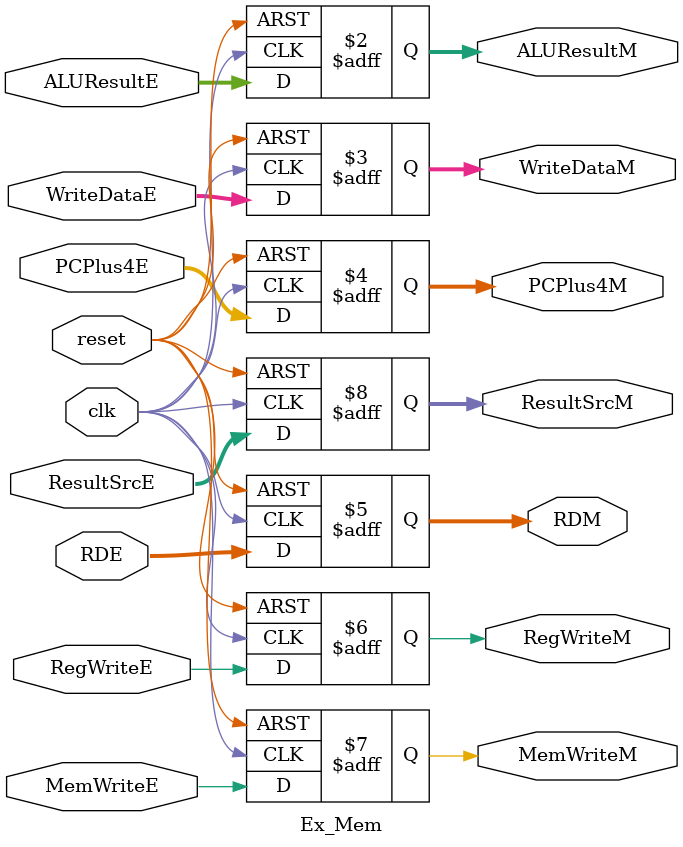
<source format=sv>
`timescale 1ns / 1ps
module Ex_Mem(
   input logic              clk, reset,
   input logic     [31:0]  ALUResultE, WriteDataE, PCPlus4E,
   input logic     [4:0]   RDE,
   input logic             RegWriteE, MemWriteE,
   input logic     [1:0]   ResultSrcE,
   
   output logic     [31:0]  ALUResultM, WriteDataM, PCPlus4M,
   output logic     [4:0]   RDM,
   output logic             RegWriteM, MemWriteM,
   output logic     [1:0]   ResultSrcM
    );
   
    always_ff @(posedge clk, posedge reset)
    if (reset) begin
		ALUResultM <= 0;
		WriteDataM <=0;
		RDM <=0;
		PCPlus4M <= 0;
		RegWriteM <=0;
		ResultSrcM <=0;
		MemWriteM <= 0;
	end
	else begin
		ALUResultM <= ALUResultE;
		WriteDataM <=WriteDataE;
		RDM <=RDE;
		PCPlus4M <= PCPlus4E;
		RegWriteM <=RegWriteE;
		ResultSrcM <=ResultSrcE;
		MemWriteM <= MemWriteE;
	end
   
endmodule

</source>
